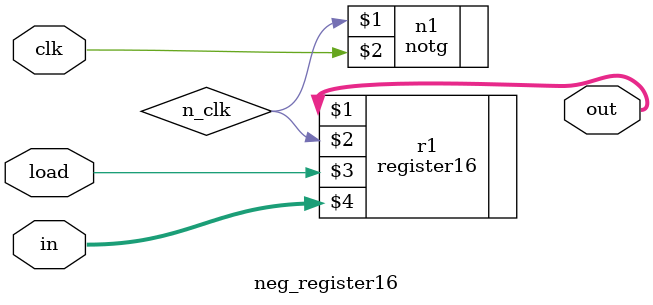
<source format=v>
`timescale 1ns / 1ps


module neg_register16(out, clk, load, in);
input clk, load;
input [15:0] in;
output[15:0] out;
wire n_clk;
notg n1(n_clk, clk);
register16 r1(out, n_clk, load, in);
endmodule

</source>
